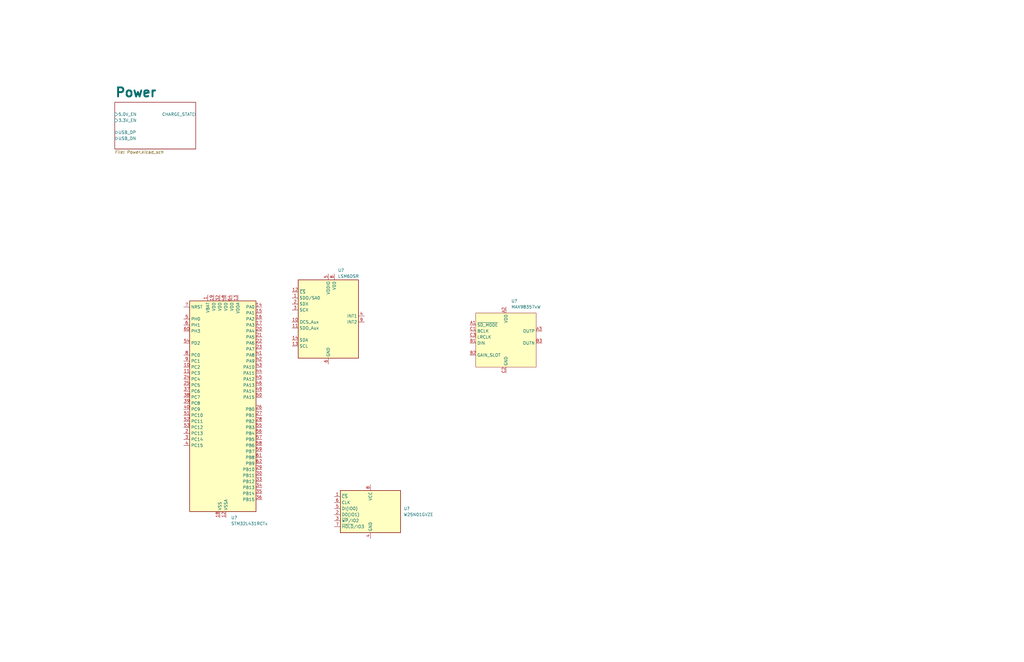
<source format=kicad_sch>
(kicad_sch (version 20231120) (generator "eeschema") (generator_version "8.0")
  (paper "B")
  (title_block (title "Lightsaber Power Core") (date "2024-09-28") (rev "0") (comment 1 "Isaac Rex"))
  (lib_symbols
    (symbol "MCU_ST_STM32L4:STM32L431RCTx"
      (property "Reference" "U" (at -12.7 46.99 0))
      (property "Value" "STM32L431RCTx" (at 10.16 46.99 0))
      (symbol "STM32L431RCTx_0_1"
        (rectangle (start -12.7 -43.18) (end 15.24 45.72) (stroke (width 0.254)) (fill (type background)))
      )
      (symbol "STM32L431RCTx_1_1"
        (pin power_in line (at -5.08 48.26 270) (length 2.54) (name "VBAT") (number "1"))
        (pin bidirectional line (at -15.24 17.78 0) (length 2.54) (name "PC2") (number "10"))
        (pin bidirectional line (at -15.24 15.24 0) (length 2.54) (name "PC3") (number "11"))
        (pin power_in line (at 2.54 -45.72 90) (length 2.54) (name "VSSA") (number "12"))
        (pin power_in line (at 7.62 48.26 270) (length 2.54) (name "VDDA") (number "13"))
        (pin bidirectional line (at 17.78 43.18 180) (length 2.54) (name "PA0") (number "14"))
        (pin bidirectional line (at 17.78 40.64 180) (length 2.54) (name "PA1") (number "15"))
        (pin bidirectional line (at 17.78 38.1 180) (length 2.54) (name "PA2") (number "16"))
        (pin bidirectional line (at 17.78 35.56 180) (length 2.54) (name "PA3") (number "17"))
        (pin power_in line (at 0 -45.72 90) (length 2.54) (name "VSS") (number "18"))
        (pin power_in line (at -2.54 48.26 270) (length 2.54) (name "VDD") (number "19"))
        (pin bidirectional line (at -15.24 -10.16 0) (length 2.54) (name "PC13") (number "2"))
        (pin bidirectional line (at 17.78 33.02 180) (length 2.54) (name "PA4") (number "20"))
        (pin bidirectional line (at 17.78 30.48 180) (length 2.54) (name "PA5") (number "21"))
        (pin bidirectional line (at 17.78 27.94 180) (length 2.54) (name "PA6") (number "22"))
        (pin bidirectional line (at 17.78 25.4 180) (length 2.54) (name "PA7") (number "23"))
        (pin bidirectional line (at -15.24 12.7 0) (length 2.54) (name "PC4") (number "24"))
        (pin bidirectional line (at -15.24 10.16 0) (length 2.54) (name "PC5") (number "25"))
        (pin bidirectional line (at 17.78 0 180) (length 2.54) (name "PB0") (number "26"))
        (pin bidirectional line (at 17.78 -2.54 180) (length 2.54) (name "PB1") (number "27"))
        (pin bidirectional line (at 17.78 -5.08 180) (length 2.54) (name "PB2") (number "28"))
        (pin bidirectional line (at 17.78 -25.4 180) (length 2.54) (name "PB10") (number "29"))
        (pin bidirectional line (at -15.24 -12.7 0) (length 2.54) (name "PC14") (number "3"))
        (pin bidirectional line (at 17.78 -27.94 180) (length 2.54) (name "PB11") (number "30"))
        (pin passive line (at 0 -45.72 90) (length 2.54) hide (name "VSS") (number "31"))
        (pin power_in line (at 0 48.26 270) (length 2.54) (name "VDD") (number "32"))
        (pin bidirectional line (at 17.78 -30.48 180) (length 2.54) (name "PB12") (number "33"))
        (pin bidirectional line (at 17.78 -33.02 180) (length 2.54) (name "PB13") (number "34"))
        (pin bidirectional line (at 17.78 -35.56 180) (length 2.54) (name "PB14") (number "35"))
        (pin bidirectional line (at 17.78 -38.1 180) (length 2.54) (name "PB15") (number "36"))
        (pin bidirectional line (at -15.24 7.62 0) (length 2.54) (name "PC6") (number "37"))
        (pin bidirectional line (at -15.24 5.08 0) (length 2.54) (name "PC7") (number "38"))
        (pin bidirectional line (at -15.24 2.54 0) (length 2.54) (name "PC8") (number "39"))
        (pin bidirectional line (at -15.24 -15.24 0) (length 2.54) (name "PC15") (number "4"))
        (pin bidirectional line (at -15.24 0 0) (length 2.54) (name "PC9") (number "40"))
        (pin bidirectional line (at 17.78 22.86 180) (length 2.54) (name "PA8") (number "41"))
        (pin bidirectional line (at 17.78 20.32 180) (length 2.54) (name "PA9") (number "42"))
        (pin bidirectional line (at 17.78 17.78 180) (length 2.54) (name "PA10") (number "43"))
        (pin bidirectional line (at 17.78 15.24 180) (length 2.54) (name "PA11") (number "44"))
        (pin bidirectional line (at 17.78 12.7 180) (length 2.54) (name "PA12") (number "45"))
        (pin bidirectional line (at 17.78 10.16 180) (length 2.54) (name "PA13") (number "46"))
        (pin passive line (at 0 -45.72 90) (length 2.54) hide (name "VSS") (number "47"))
        (pin power_in line (at 2.54 48.26 270) (length 2.54) (name "VDD") (number "48"))
        (pin bidirectional line (at 17.78 7.62 180) (length 2.54) (name "PA14") (number "49"))
        (pin bidirectional line (at -15.24 38.1 0) (length 2.54) (name "PH0") (number "5"))
        (pin bidirectional line (at 17.78 5.08 180) (length 2.54) (name "PA15") (number "50"))
        (pin bidirectional line (at -15.24 -2.54 0) (length 2.54) (name "PC10") (number "51"))
        (pin bidirectional line (at -15.24 -5.08 0) (length 2.54) (name "PC11") (number "52"))
        (pin bidirectional line (at -15.24 -7.62 0) (length 2.54) (name "PC12") (number "53"))
        (pin bidirectional line (at -15.24 27.94 0) (length 2.54) (name "PD2") (number "54"))
        (pin bidirectional line (at 17.78 -7.62 180) (length 2.54) (name "PB3") (number "55"))
        (pin bidirectional line (at 17.78 -10.16 180) (length 2.54) (name "PB4") (number "56"))
        (pin bidirectional line (at 17.78 -12.7 180) (length 2.54) (name "PB5") (number "57"))
        (pin bidirectional line (at 17.78 -15.24 180) (length 2.54) (name "PB6") (number "58"))
        (pin bidirectional line (at 17.78 -17.78 180) (length 2.54) (name "PB7") (number "59"))
        (pin bidirectional line (at -15.24 35.56 0) (length 2.54) (name "PH1") (number "6"))
        (pin bidirectional line (at -15.24 33.02 0) (length 2.54) (name "PH3") (number "60"))
        (pin bidirectional line (at 17.78 -20.32 180) (length 2.54) (name "PB8") (number "61"))
        (pin bidirectional line (at 17.78 -22.86 180) (length 2.54) (name "PB9") (number "62"))
        (pin passive line (at 0 -45.72 90) (length 2.54) hide (name "VSS") (number "63"))
        (pin power_in line (at 5.08 48.26 270) (length 2.54) (name "VDD") (number "64"))
        (pin input line (at -15.24 43.18 0) (length 2.54) (name "NRST") (number "7"))
        (pin bidirectional line (at -15.24 22.86 0) (length 2.54) (name "PC0") (number "8"))
        (pin bidirectional line (at -15.24 20.32 0) (length 2.54) (name "PC1") (number "9"))
      )
    )
    (symbol "irex_Amplifier_Audio:MAX98357xW"
      (property "Reference" "U" (at 1.27 16.51 0))
      (property "Value" "MAX98357xW" (at 1.27 13.97 0))
      (symbol "MAX98357xW_0_1"
        (rectangle (start -12.7 12.7) (end 12.7 -10.16) (fill (type background)))
      )
      (symbol "MAX98357xW_1_1"
        (pin input line (at -15.24 7.62 0) (length 2.54) (name "~{SD_MODE}") (number "A1"))
        (pin power_in line (at 0 15.24 270) (length 2.54) (name "VDD") (number "A2"))
        (pin output line (at 15.24 5.08 180) (length 2.54) (name "OUTP") (number "A3"))
        (pin input line (at -15.24 0 0) (length 2.54) (name "DIN") (number "B1"))
        (pin input line (at -15.24 -5.08 0) (length 2.54) (name "GAIN_SLOT") (number "B2"))
        (pin output line (at 15.24 0 180) (length 2.54) (name "OUTN") (number "B3"))
        (pin input line (at -15.24 5.08 0) (length 2.54) (name "BCLK") (number "C1"))
        (pin power_in line (at 0 -12.7 90) (length 2.54) (name "GND") (number "C2"))
        (pin input line (at -15.24 2.54 0) (length 2.54) (name "LRCLK") (number "C3"))
      )
    )
    (symbol "irex_Memory_Flash:W25N01GVZE"
      (property "Reference" "U" (at -6.35 11.43 0))
      (property "Value" "W25N01GVZE" (at 7.62 11.43 0))
      (symbol "W25N01GVZE_0_1"
        (rectangle (start -12.7 10.16) (end 12.7 -7.62) (stroke (width 0.254)) (fill (type background)))
      )
      (symbol "W25N01GVZE_1_1"
        (pin input line (at -15.24 7.62 0) (length 2.54) (name "~{CS}") (number "1"))
        (pin bidirectional line (at -15.24 0 0) (length 2.54) (name "DO(IO1)") (number "2"))
        (pin bidirectional line (at -15.24 -2.54 0) (length 2.54) (name "~{WP}/IO2") (number "3"))
        (pin power_in line (at 0 -10.16 90) (length 2.54) (name "GND") (number "4"))
        (pin bidirectional line (at -15.24 2.54 0) (length 2.54) (name "DI(IO0)") (number "5"))
        (pin input line (at -15.24 5.08 0) (length 2.54) (name "CLK") (number "6"))
        (pin bidirectional line (at -15.24 -5.08 0) (length 2.54) (name "~{HOLD}/IO3") (number "7"))
        (pin power_in line (at 0 12.7 270) (length 2.54) (name "VCC") (number "8"))
      )
    )
    (symbol "irex_Sensor_Motion:LSM6DSR"
      (property "Reference" "U" (at -11.684 18.542 0))
      (property "Value" "LSM6DSR" (at -11.684 16.002 0))
      (symbol "LSM6DSR_0_1"
        (rectangle (start -12.7 15.24) (end 12.7 -17.78) (stroke (width 0.254)) (fill (type background)))
      )
      (symbol "LSM6DSR_1_1"
        (pin bidirectional line (at -15.24 7.62 0) (length 2.54) (name "SDO/SA0") (number "1"))
        (pin input line (at -15.24 -2.54 0) (length 2.54) (name "OCS_Aux") (number "10"))
        (pin output line (at -15.24 -5.08 0) (length 2.54) (name "SDO_Aux") (number "11"))
        (pin input line (at -15.24 10.16 0) (length 2.54) (name "~{CS}") (number "12"))
        (pin input line (at -15.24 -12.7 0) (length 2.54) (name "SCL") (number "13"))
        (pin bidirectional line (at -15.24 -10.16 0) (length 2.54) (name "SDA") (number "14"))
        (pin bidirectional line (at -15.24 5.08 0) (length 2.54) (name "SDX") (number "2"))
        (pin input line (at -15.24 2.54 0) (length 2.54) (name "SCX") (number "3"))
        (pin output line (at 15.24 0 180) (length 2.54) (name "INT1") (number "4"))
        (pin power_in line (at 0 17.78 270) (length 2.54) (name "VDDIO") (number "5"))
        (pin power_in line (at 0 -20.32 90) (length 2.54) (name "GND") (number "6"))
        (pin passive line (at 0 -20.32 90) (length 2.54) hide (name "GND") (number "7"))
        (pin power_in line (at 2.54 17.78 270) (length 2.54) (name "VDD") (number "8"))
        (pin output line (at 15.24 -2.54 180) (length 2.54) (name "INT2") (number "9"))
      )
    )
  )
  (symbol (lib_id "irex_Amplifier_Audio:MAX98357xW") (at 213.36 144.78 0) (unit 1)
    (property "Reference" "U?" (at 215.5541 127 0) (effects (justify left)))
    (property "Value" "MAX98357xW" (at 215.5541 129.54 0) (effects (justify left)))
    (property "Footprint" "Package_BGA:WLP-9_1.448x1.468mm_Layout3x3_P0.4mm_Ball0.27mm_Pad0.25mm" (effects (hide yes)))
    (property "Datasheet" "https://www.analog.com/media/en/technical-documentation/data-sheets/MAX98357A-MAX98357B.pdf" (effects (hide yes)))
    (property "Description" "Mono DAC with amplifier, I2S, PCM, TDM, 32-bit, 96khz, 3.2W, WLP-9" (effects (hide yes)))
  )
  (symbol (lib_id "MCU_ST_STM32L4:STM32L431RCTx") (at 92.71 172.72 0) (unit 1)
    (property "Reference" "U?" (at 97.4441 218.44 0) (effects (justify left)))
    (property "Value" "STM32L431RCTx" (at 97.4441 220.98 0) (effects (justify left)))
    (property "Footprint" "Package_QFP:LQFP-64_10x10mm_P0.5mm" (effects (hide yes)))
    (property "Datasheet" "https://www.st.com/resource/en/datasheet/stm32l431rc.pdf" (effects (hide yes)))
    (property "Description" "STMicroelectronics Arm Cortex-M4 MCU, 256KB flash, 64KB RAM, 80 MHz, 1.71-3.6V, 52 GPIO, LQFP64" (effects (hide yes)))
  )
  (symbol (lib_id "irex_Sensor_Motion:LSM6DSR") (at 138.43 133.35 0) (unit 1)
    (property "Reference" "U?" (at 142.494 114.046 0) (effects (justify left)))
    (property "Value" "LSM6DSR" (at 142.494 116.586 0) (effects (justify left)))
    (property "Footprint" "Package_LGA:LGA-14_3x2.5mm_P0.5mm_LayoutBorder3x4y" (effects (hide yes)))
    (property "Datasheet" "https://www.st.com/resource/en/datasheet/lsm6dsr.pdf" (effects (hide yes)))
    (property "Description" "I2C/SPI, iNEMO inertial module: always-on 3D accelerometer and 3D gyroscope" (effects (hide yes)))
  )
  (symbol (lib_id "irex_Memory_Flash:W25N01GVZE") (at 156.21 217.17 0) (unit 1)
    (property "Reference" "U?" (at 170.18 214.6299 0) (effects (justify left)))
    (property "Value" "W25N01GVZE" (at 170.18 217.1699 0) (effects (justify left)))
    (property "Footprint" "Package_SON:WSON-8-1EP_8x6mm_P1.27mm_EP3.4x4.3mm" (effects (hide yes)))
    (property "Datasheet" "https://www.winbond.com/resource-files/w25n01gv%20revl%20050918%20unsecured.pdf" (effects (hide yes)))
    (property "Description" "1Gb Serial NAND Flash Memory, Standard/Dual/Quad SPI, WSON-8-EP" (effects (hide yes)))
  )
  (sheet (at 48.387 43.18) (size 34.163 19.685) (stroke (width 0.1524))
    (property "Sheetname" "Power" (at 48.387 41.1984 0) (effects (font (size 3.81 3.81) (thickness 0.762) (bold yes)) (justify left bottom)))
    (property "Sheetfile" "Power.kicad_sch" (at 48.387 63.4496 0) (effects (font (italic yes)) (justify left top)))
    (pin "USB_DN" bidirectional (at 48.387 58.42 180))
    (pin "USB_DP" bidirectional (at 48.387 55.88 180))
    (pin "5.0V_EN" input (at 48.387 48.26 180))
    (pin "CHARGE_STAT" output (at 82.55 48.26 0))
    (pin "3.3V_EN" input (at 48.387 50.8 180))
  )
)
</source>
